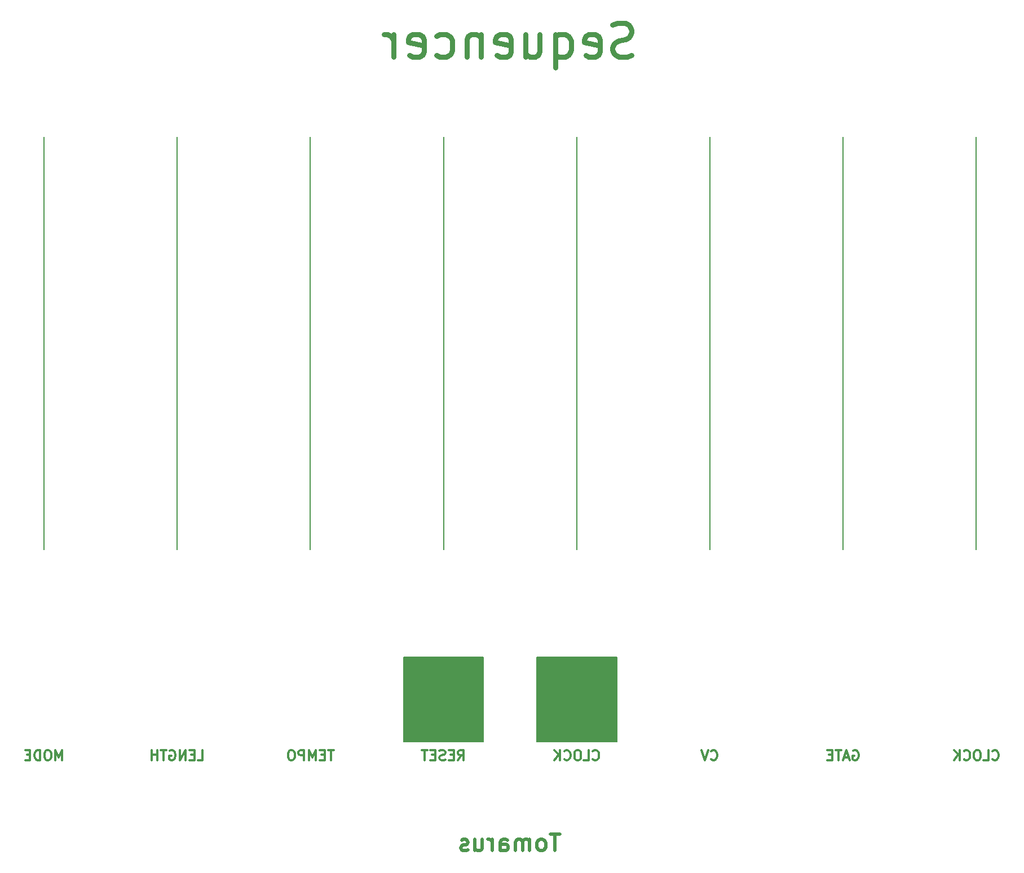
<source format=gbr>
G04 #@! TF.GenerationSoftware,KiCad,Pcbnew,5.0.2+dfsg1-1~bpo9+1*
G04 #@! TF.CreationDate,2019-09-09T21:32:31+02:00*
G04 #@! TF.ProjectId,frontpanel,66726f6e-7470-4616-9e65-6c2e6b696361,rev?*
G04 #@! TF.SameCoordinates,Original*
G04 #@! TF.FileFunction,Legend,Bot*
G04 #@! TF.FilePolarity,Positive*
%FSLAX46Y46*%
G04 Gerber Fmt 4.6, Leading zero omitted, Abs format (unit mm)*
G04 Created by KiCad (PCBNEW 5.0.2+dfsg1-1~bpo9+1) date Mon 09 Sep 2019 09:32:31 PM CEST*
%MOMM*%
%LPD*%
G01*
G04 APERTURE LIST*
%ADD10C,0.750000*%
%ADD11C,0.500000*%
%ADD12C,0.150000*%
%ADD13C,0.200000*%
%ADD14C,0.300000*%
G04 APERTURE END LIST*
D10*
X168828333Y-32757809D02*
X168114047Y-32995904D01*
X166923571Y-32995904D01*
X166447380Y-32757809D01*
X166209285Y-32519714D01*
X165971190Y-32043523D01*
X165971190Y-31567333D01*
X166209285Y-31091142D01*
X166447380Y-30853047D01*
X166923571Y-30614952D01*
X167875952Y-30376857D01*
X168352142Y-30138761D01*
X168590238Y-29900666D01*
X168828333Y-29424476D01*
X168828333Y-28948285D01*
X168590238Y-28472095D01*
X168352142Y-28234000D01*
X167875952Y-27995904D01*
X166685476Y-27995904D01*
X165971190Y-28234000D01*
X161923571Y-32757809D02*
X162399761Y-32995904D01*
X163352142Y-32995904D01*
X163828333Y-32757809D01*
X164066428Y-32281619D01*
X164066428Y-30376857D01*
X163828333Y-29900666D01*
X163352142Y-29662571D01*
X162399761Y-29662571D01*
X161923571Y-29900666D01*
X161685476Y-30376857D01*
X161685476Y-30853047D01*
X164066428Y-31329238D01*
X157399761Y-29662571D02*
X157399761Y-34662571D01*
X157399761Y-32757809D02*
X157875952Y-32995904D01*
X158828333Y-32995904D01*
X159304523Y-32757809D01*
X159542619Y-32519714D01*
X159780714Y-32043523D01*
X159780714Y-30614952D01*
X159542619Y-30138761D01*
X159304523Y-29900666D01*
X158828333Y-29662571D01*
X157875952Y-29662571D01*
X157399761Y-29900666D01*
X152875952Y-29662571D02*
X152875952Y-32995904D01*
X155018809Y-29662571D02*
X155018809Y-32281619D01*
X154780714Y-32757809D01*
X154304523Y-32995904D01*
X153590238Y-32995904D01*
X153114047Y-32757809D01*
X152875952Y-32519714D01*
X148590238Y-32757809D02*
X149066428Y-32995904D01*
X150018809Y-32995904D01*
X150495000Y-32757809D01*
X150733095Y-32281619D01*
X150733095Y-30376857D01*
X150495000Y-29900666D01*
X150018809Y-29662571D01*
X149066428Y-29662571D01*
X148590238Y-29900666D01*
X148352142Y-30376857D01*
X148352142Y-30853047D01*
X150733095Y-31329238D01*
X146209285Y-29662571D02*
X146209285Y-32995904D01*
X146209285Y-30138761D02*
X145971190Y-29900666D01*
X145495000Y-29662571D01*
X144780714Y-29662571D01*
X144304523Y-29900666D01*
X144066428Y-30376857D01*
X144066428Y-32995904D01*
X139542619Y-32757809D02*
X140018809Y-32995904D01*
X140971190Y-32995904D01*
X141447380Y-32757809D01*
X141685476Y-32519714D01*
X141923571Y-32043523D01*
X141923571Y-30614952D01*
X141685476Y-30138761D01*
X141447380Y-29900666D01*
X140971190Y-29662571D01*
X140018809Y-29662571D01*
X139542619Y-29900666D01*
X135495000Y-32757809D02*
X135971190Y-32995904D01*
X136923571Y-32995904D01*
X137399761Y-32757809D01*
X137637857Y-32281619D01*
X137637857Y-30376857D01*
X137399761Y-29900666D01*
X136923571Y-29662571D01*
X135971190Y-29662571D01*
X135495000Y-29900666D01*
X135256904Y-30376857D01*
X135256904Y-30853047D01*
X137637857Y-31329238D01*
X133114047Y-32995904D02*
X133114047Y-29662571D01*
X133114047Y-30614952D02*
X132875952Y-30138761D01*
X132637857Y-29900666D01*
X132161666Y-29662571D01*
X131685476Y-29662571D01*
D11*
X158054523Y-149760952D02*
X156625952Y-149760952D01*
X157340238Y-152260952D02*
X157340238Y-149760952D01*
X155435476Y-152260952D02*
X155673571Y-152141904D01*
X155792619Y-152022857D01*
X155911666Y-151784761D01*
X155911666Y-151070476D01*
X155792619Y-150832380D01*
X155673571Y-150713333D01*
X155435476Y-150594285D01*
X155078333Y-150594285D01*
X154840238Y-150713333D01*
X154721190Y-150832380D01*
X154602142Y-151070476D01*
X154602142Y-151784761D01*
X154721190Y-152022857D01*
X154840238Y-152141904D01*
X155078333Y-152260952D01*
X155435476Y-152260952D01*
X153530714Y-152260952D02*
X153530714Y-150594285D01*
X153530714Y-150832380D02*
X153411666Y-150713333D01*
X153173571Y-150594285D01*
X152816428Y-150594285D01*
X152578333Y-150713333D01*
X152459285Y-150951428D01*
X152459285Y-152260952D01*
X152459285Y-150951428D02*
X152340238Y-150713333D01*
X152102142Y-150594285D01*
X151745000Y-150594285D01*
X151506904Y-150713333D01*
X151387857Y-150951428D01*
X151387857Y-152260952D01*
X149125952Y-152260952D02*
X149125952Y-150951428D01*
X149245000Y-150713333D01*
X149483095Y-150594285D01*
X149959285Y-150594285D01*
X150197380Y-150713333D01*
X149125952Y-152141904D02*
X149364047Y-152260952D01*
X149959285Y-152260952D01*
X150197380Y-152141904D01*
X150316428Y-151903809D01*
X150316428Y-151665714D01*
X150197380Y-151427619D01*
X149959285Y-151308571D01*
X149364047Y-151308571D01*
X149125952Y-151189523D01*
X147935476Y-152260952D02*
X147935476Y-150594285D01*
X147935476Y-151070476D02*
X147816428Y-150832380D01*
X147697380Y-150713333D01*
X147459285Y-150594285D01*
X147221190Y-150594285D01*
X145316428Y-150594285D02*
X145316428Y-152260952D01*
X146387857Y-150594285D02*
X146387857Y-151903809D01*
X146268809Y-152141904D01*
X146030714Y-152260952D01*
X145673571Y-152260952D01*
X145435476Y-152141904D01*
X145316428Y-152022857D01*
X144245000Y-152141904D02*
X144006904Y-152260952D01*
X143530714Y-152260952D01*
X143292619Y-152141904D01*
X143173571Y-151903809D01*
X143173571Y-151784761D01*
X143292619Y-151546666D01*
X143530714Y-151427619D01*
X143887857Y-151427619D01*
X144125952Y-151308571D01*
X144245000Y-151070476D01*
X144245000Y-150951428D01*
X144125952Y-150713333D01*
X143887857Y-150594285D01*
X143530714Y-150594285D01*
X143292619Y-150713333D01*
D12*
G36*
X154588000Y-123190000D02*
X154588000Y-135890000D01*
X166588000Y-135890000D01*
X166588000Y-123190000D01*
X154588000Y-123190000D01*
G37*
X154588000Y-123190000D02*
X154588000Y-135890000D01*
X166588000Y-135890000D01*
X166588000Y-123190000D01*
X154588000Y-123190000D01*
G36*
X134588000Y-123190000D02*
X134588000Y-135890000D01*
X146588000Y-135890000D01*
X146588000Y-123190000D01*
X134588000Y-123190000D01*
G37*
X134588000Y-123190000D02*
X134588000Y-135890000D01*
X146588000Y-135890000D01*
X146588000Y-123190000D01*
X134588000Y-123190000D01*
D13*
X220588000Y-45021500D02*
X220588000Y-106997500D01*
X200588000Y-45021500D02*
X200588000Y-106997500D01*
X180588000Y-45021500D02*
X180588000Y-106997500D01*
X160588000Y-45021500D02*
X160588000Y-106997500D01*
X140588000Y-45021500D02*
X140588000Y-106997500D01*
X120588000Y-45021500D02*
X120588000Y-106997500D01*
X100588000Y-45021500D02*
X100588000Y-106997500D01*
X80588000Y-45021500D02*
X80588000Y-106997500D01*
D14*
X223016571Y-138535714D02*
X223088000Y-138607142D01*
X223302285Y-138678571D01*
X223445142Y-138678571D01*
X223659428Y-138607142D01*
X223802285Y-138464285D01*
X223873714Y-138321428D01*
X223945142Y-138035714D01*
X223945142Y-137821428D01*
X223873714Y-137535714D01*
X223802285Y-137392857D01*
X223659428Y-137250000D01*
X223445142Y-137178571D01*
X223302285Y-137178571D01*
X223088000Y-137250000D01*
X223016571Y-137321428D01*
X221659428Y-138678571D02*
X222373714Y-138678571D01*
X222373714Y-137178571D01*
X220873714Y-137178571D02*
X220588000Y-137178571D01*
X220445142Y-137250000D01*
X220302285Y-137392857D01*
X220230857Y-137678571D01*
X220230857Y-138178571D01*
X220302285Y-138464285D01*
X220445142Y-138607142D01*
X220588000Y-138678571D01*
X220873714Y-138678571D01*
X221016571Y-138607142D01*
X221159428Y-138464285D01*
X221230857Y-138178571D01*
X221230857Y-137678571D01*
X221159428Y-137392857D01*
X221016571Y-137250000D01*
X220873714Y-137178571D01*
X218730857Y-138535714D02*
X218802285Y-138607142D01*
X219016571Y-138678571D01*
X219159428Y-138678571D01*
X219373714Y-138607142D01*
X219516571Y-138464285D01*
X219588000Y-138321428D01*
X219659428Y-138035714D01*
X219659428Y-137821428D01*
X219588000Y-137535714D01*
X219516571Y-137392857D01*
X219373714Y-137250000D01*
X219159428Y-137178571D01*
X219016571Y-137178571D01*
X218802285Y-137250000D01*
X218730857Y-137321428D01*
X218088000Y-138678571D02*
X218088000Y-137178571D01*
X217230857Y-138678571D02*
X217873714Y-137821428D01*
X217230857Y-137178571D02*
X218088000Y-138035714D01*
X202088000Y-137250000D02*
X202230857Y-137178571D01*
X202445142Y-137178571D01*
X202659428Y-137250000D01*
X202802285Y-137392857D01*
X202873714Y-137535714D01*
X202945142Y-137821428D01*
X202945142Y-138035714D01*
X202873714Y-138321428D01*
X202802285Y-138464285D01*
X202659428Y-138607142D01*
X202445142Y-138678571D01*
X202302285Y-138678571D01*
X202088000Y-138607142D01*
X202016571Y-138535714D01*
X202016571Y-138035714D01*
X202302285Y-138035714D01*
X201445142Y-138250000D02*
X200730857Y-138250000D01*
X201588000Y-138678571D02*
X201088000Y-137178571D01*
X200588000Y-138678571D01*
X200302285Y-137178571D02*
X199445142Y-137178571D01*
X199873714Y-138678571D02*
X199873714Y-137178571D01*
X198945142Y-137892857D02*
X198445142Y-137892857D01*
X198230857Y-138678571D02*
X198945142Y-138678571D01*
X198945142Y-137178571D01*
X198230857Y-137178571D01*
X180766571Y-138535714D02*
X180838000Y-138607142D01*
X181052285Y-138678571D01*
X181195142Y-138678571D01*
X181409428Y-138607142D01*
X181552285Y-138464285D01*
X181623714Y-138321428D01*
X181695142Y-138035714D01*
X181695142Y-137821428D01*
X181623714Y-137535714D01*
X181552285Y-137392857D01*
X181409428Y-137250000D01*
X181195142Y-137178571D01*
X181052285Y-137178571D01*
X180838000Y-137250000D01*
X180766571Y-137321428D01*
X180338000Y-137178571D02*
X179838000Y-138678571D01*
X179338000Y-137178571D01*
X163016571Y-138535714D02*
X163088000Y-138607142D01*
X163302285Y-138678571D01*
X163445142Y-138678571D01*
X163659428Y-138607142D01*
X163802285Y-138464285D01*
X163873714Y-138321428D01*
X163945142Y-138035714D01*
X163945142Y-137821428D01*
X163873714Y-137535714D01*
X163802285Y-137392857D01*
X163659428Y-137250000D01*
X163445142Y-137178571D01*
X163302285Y-137178571D01*
X163088000Y-137250000D01*
X163016571Y-137321428D01*
X161659428Y-138678571D02*
X162373714Y-138678571D01*
X162373714Y-137178571D01*
X160873714Y-137178571D02*
X160588000Y-137178571D01*
X160445142Y-137250000D01*
X160302285Y-137392857D01*
X160230857Y-137678571D01*
X160230857Y-138178571D01*
X160302285Y-138464285D01*
X160445142Y-138607142D01*
X160588000Y-138678571D01*
X160873714Y-138678571D01*
X161016571Y-138607142D01*
X161159428Y-138464285D01*
X161230857Y-138178571D01*
X161230857Y-137678571D01*
X161159428Y-137392857D01*
X161016571Y-137250000D01*
X160873714Y-137178571D01*
X158730857Y-138535714D02*
X158802285Y-138607142D01*
X159016571Y-138678571D01*
X159159428Y-138678571D01*
X159373714Y-138607142D01*
X159516571Y-138464285D01*
X159588000Y-138321428D01*
X159659428Y-138035714D01*
X159659428Y-137821428D01*
X159588000Y-137535714D01*
X159516571Y-137392857D01*
X159373714Y-137250000D01*
X159159428Y-137178571D01*
X159016571Y-137178571D01*
X158802285Y-137250000D01*
X158730857Y-137321428D01*
X158088000Y-138678571D02*
X158088000Y-137178571D01*
X157230857Y-138678571D02*
X157873714Y-137821428D01*
X157230857Y-137178571D02*
X158088000Y-138035714D01*
X142766571Y-138678571D02*
X143266571Y-137964285D01*
X143623714Y-138678571D02*
X143623714Y-137178571D01*
X143052285Y-137178571D01*
X142909428Y-137250000D01*
X142838000Y-137321428D01*
X142766571Y-137464285D01*
X142766571Y-137678571D01*
X142838000Y-137821428D01*
X142909428Y-137892857D01*
X143052285Y-137964285D01*
X143623714Y-137964285D01*
X142123714Y-137892857D02*
X141623714Y-137892857D01*
X141409428Y-138678571D02*
X142123714Y-138678571D01*
X142123714Y-137178571D01*
X141409428Y-137178571D01*
X140838000Y-138607142D02*
X140623714Y-138678571D01*
X140266571Y-138678571D01*
X140123714Y-138607142D01*
X140052285Y-138535714D01*
X139980857Y-138392857D01*
X139980857Y-138250000D01*
X140052285Y-138107142D01*
X140123714Y-138035714D01*
X140266571Y-137964285D01*
X140552285Y-137892857D01*
X140695142Y-137821428D01*
X140766571Y-137750000D01*
X140838000Y-137607142D01*
X140838000Y-137464285D01*
X140766571Y-137321428D01*
X140695142Y-137250000D01*
X140552285Y-137178571D01*
X140195142Y-137178571D01*
X139980857Y-137250000D01*
X139338000Y-137892857D02*
X138838000Y-137892857D01*
X138623714Y-138678571D02*
X139338000Y-138678571D01*
X139338000Y-137178571D01*
X138623714Y-137178571D01*
X138195142Y-137178571D02*
X137338000Y-137178571D01*
X137766571Y-138678571D02*
X137766571Y-137178571D01*
X124088000Y-137178571D02*
X123230857Y-137178571D01*
X123659428Y-138678571D02*
X123659428Y-137178571D01*
X122730857Y-137892857D02*
X122230857Y-137892857D01*
X122016571Y-138678571D02*
X122730857Y-138678571D01*
X122730857Y-137178571D01*
X122016571Y-137178571D01*
X121373714Y-138678571D02*
X121373714Y-137178571D01*
X120873714Y-138250000D01*
X120373714Y-137178571D01*
X120373714Y-138678571D01*
X119659428Y-138678571D02*
X119659428Y-137178571D01*
X119088000Y-137178571D01*
X118945142Y-137250000D01*
X118873714Y-137321428D01*
X118802285Y-137464285D01*
X118802285Y-137678571D01*
X118873714Y-137821428D01*
X118945142Y-137892857D01*
X119088000Y-137964285D01*
X119659428Y-137964285D01*
X117873714Y-137178571D02*
X117588000Y-137178571D01*
X117445142Y-137250000D01*
X117302285Y-137392857D01*
X117230857Y-137678571D01*
X117230857Y-138178571D01*
X117302285Y-138464285D01*
X117445142Y-138607142D01*
X117588000Y-138678571D01*
X117873714Y-138678571D01*
X118016571Y-138607142D01*
X118159428Y-138464285D01*
X118230857Y-138178571D01*
X118230857Y-137678571D01*
X118159428Y-137392857D01*
X118016571Y-137250000D01*
X117873714Y-137178571D01*
X103695142Y-138678571D02*
X104409428Y-138678571D01*
X104409428Y-137178571D01*
X103195142Y-137892857D02*
X102695142Y-137892857D01*
X102480857Y-138678571D02*
X103195142Y-138678571D01*
X103195142Y-137178571D01*
X102480857Y-137178571D01*
X101838000Y-138678571D02*
X101838000Y-137178571D01*
X100980857Y-138678571D01*
X100980857Y-137178571D01*
X99480857Y-137250000D02*
X99623714Y-137178571D01*
X99838000Y-137178571D01*
X100052285Y-137250000D01*
X100195142Y-137392857D01*
X100266571Y-137535714D01*
X100338000Y-137821428D01*
X100338000Y-138035714D01*
X100266571Y-138321428D01*
X100195142Y-138464285D01*
X100052285Y-138607142D01*
X99838000Y-138678571D01*
X99695142Y-138678571D01*
X99480857Y-138607142D01*
X99409428Y-138535714D01*
X99409428Y-138035714D01*
X99695142Y-138035714D01*
X98980857Y-137178571D02*
X98123714Y-137178571D01*
X98552285Y-138678571D02*
X98552285Y-137178571D01*
X97623714Y-138678571D02*
X97623714Y-137178571D01*
X97623714Y-137892857D02*
X96766571Y-137892857D01*
X96766571Y-138678571D02*
X96766571Y-137178571D01*
X83302285Y-138678571D02*
X83302285Y-137178571D01*
X82802285Y-138250000D01*
X82302285Y-137178571D01*
X82302285Y-138678571D01*
X81302285Y-137178571D02*
X81016571Y-137178571D01*
X80873714Y-137250000D01*
X80730857Y-137392857D01*
X80659428Y-137678571D01*
X80659428Y-138178571D01*
X80730857Y-138464285D01*
X80873714Y-138607142D01*
X81016571Y-138678571D01*
X81302285Y-138678571D01*
X81445142Y-138607142D01*
X81588000Y-138464285D01*
X81659428Y-138178571D01*
X81659428Y-137678571D01*
X81588000Y-137392857D01*
X81445142Y-137250000D01*
X81302285Y-137178571D01*
X80016571Y-138678571D02*
X80016571Y-137178571D01*
X79659428Y-137178571D01*
X79445142Y-137250000D01*
X79302285Y-137392857D01*
X79230857Y-137535714D01*
X79159428Y-137821428D01*
X79159428Y-138035714D01*
X79230857Y-138321428D01*
X79302285Y-138464285D01*
X79445142Y-138607142D01*
X79659428Y-138678571D01*
X80016571Y-138678571D01*
X78516571Y-137892857D02*
X78016571Y-137892857D01*
X77802285Y-138678571D02*
X78516571Y-138678571D01*
X78516571Y-137178571D01*
X77802285Y-137178571D01*
M02*

</source>
